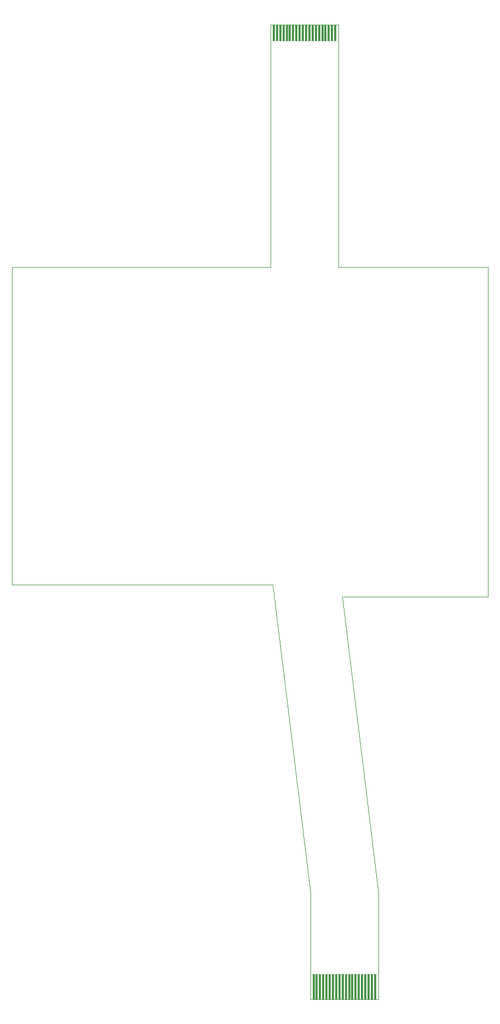
<source format=gbp>
G04*
G04 #@! TF.GenerationSoftware,Altium Limited,Altium Designer,19.0.12 (326)*
G04*
G04 Layer_Color=128*
%FSLAX44Y44*%
%MOMM*%
G71*
G01*
G75*
%ADD18C,0.0127*%
%ADD19C,0.0130*%
%ADD28R,0.3000X2.6000*%
%ADD29R,0.3000X4.0000*%
D18*
X510723Y-19142D02*
X566304Y-476337D01*
X0Y0D02*
X403392D01*
X403397Y0D02*
X461304Y-476337D01*
X735904Y-19138D02*
Y489996D01*
X4Y0D02*
Y489996D01*
X461304Y-640804D02*
X566304D01*
Y-476337D01*
X461304Y-640804D02*
Y-476337D01*
X399804Y864296D02*
X399804Y489996D01*
X504804Y864296D02*
X504804Y489996D01*
X4Y489996D02*
X399804Y489996D01*
X504804Y489996D02*
X735904Y489996D01*
X399804Y864296D02*
X504804D01*
D19*
X510723Y-19138D02*
X735904Y-19138D01*
D28*
X494804Y851296D02*
D03*
X474804D02*
D03*
X464804D02*
D03*
X469804D02*
D03*
X479804D02*
D03*
X484804D02*
D03*
X489804D02*
D03*
X499804D02*
D03*
X404804D02*
D03*
X414804D02*
D03*
X419804D02*
D03*
X424804D02*
D03*
X439804D02*
D03*
X444804D02*
D03*
X449804D02*
D03*
X459804D02*
D03*
X409804D02*
D03*
X454804D02*
D03*
X429804D02*
D03*
X434804D02*
D03*
D29*
X496304Y-620804D02*
D03*
X491304D02*
D03*
X516304D02*
D03*
X471304D02*
D03*
X521304D02*
D03*
X511304D02*
D03*
X506304D02*
D03*
X501304D02*
D03*
X486304D02*
D03*
X481304D02*
D03*
X476304D02*
D03*
X466304D02*
D03*
X561304D02*
D03*
X551304D02*
D03*
X546304D02*
D03*
X541304D02*
D03*
X531304D02*
D03*
X526304D02*
D03*
X536304D02*
D03*
X556304D02*
D03*
M02*

</source>
